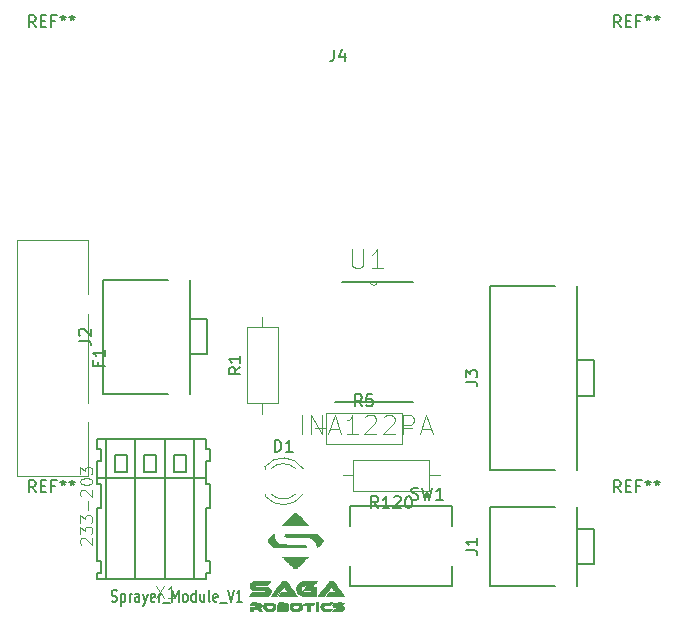
<source format=gbr>
G04 #@! TF.FileFunction,Legend,Top*
%FSLAX46Y46*%
G04 Gerber Fmt 4.6, Leading zero omitted, Abs format (unit mm)*
G04 Created by KiCad (PCBNEW 4.0.7-e0-6372~58~ubuntu16.04.1) date Wed Aug 16 12:04:21 2017*
%MOMM*%
%LPD*%
G01*
G04 APERTURE LIST*
%ADD10C,0.100000*%
%ADD11C,0.200000*%
%ADD12C,0.120000*%
%ADD13C,0.150000*%
%ADD14C,0.152400*%
%ADD15C,0.203200*%
%ADD16C,0.010000*%
%ADD17C,0.050000*%
G04 APERTURE END LIST*
D10*
D11*
X140976189Y-95654762D02*
X141090475Y-95702381D01*
X141280951Y-95702381D01*
X141357141Y-95654762D01*
X141395237Y-95607143D01*
X141433332Y-95511905D01*
X141433332Y-95416667D01*
X141395237Y-95321429D01*
X141357141Y-95273810D01*
X141280951Y-95226190D01*
X141128570Y-95178571D01*
X141052379Y-95130952D01*
X141014284Y-95083333D01*
X140976189Y-94988095D01*
X140976189Y-94892857D01*
X141014284Y-94797619D01*
X141052379Y-94750000D01*
X141128570Y-94702381D01*
X141319046Y-94702381D01*
X141433332Y-94750000D01*
X141776189Y-95035714D02*
X141776189Y-96035714D01*
X141776189Y-95083333D02*
X141852380Y-95035714D01*
X142004761Y-95035714D01*
X142080951Y-95083333D01*
X142119046Y-95130952D01*
X142157142Y-95226190D01*
X142157142Y-95511905D01*
X142119046Y-95607143D01*
X142080951Y-95654762D01*
X142004761Y-95702381D01*
X141852380Y-95702381D01*
X141776189Y-95654762D01*
X142499999Y-95702381D02*
X142499999Y-95035714D01*
X142499999Y-95226190D02*
X142538094Y-95130952D01*
X142576190Y-95083333D01*
X142652380Y-95035714D01*
X142728571Y-95035714D01*
X143338094Y-95702381D02*
X143338094Y-95178571D01*
X143299999Y-95083333D01*
X143223809Y-95035714D01*
X143071428Y-95035714D01*
X142995237Y-95083333D01*
X143338094Y-95654762D02*
X143261904Y-95702381D01*
X143071428Y-95702381D01*
X142995237Y-95654762D01*
X142957142Y-95559524D01*
X142957142Y-95464286D01*
X142995237Y-95369048D01*
X143071428Y-95321429D01*
X143261904Y-95321429D01*
X143338094Y-95273810D01*
X143642857Y-95035714D02*
X143833333Y-95702381D01*
X144023809Y-95035714D02*
X143833333Y-95702381D01*
X143757142Y-95940476D01*
X143719047Y-95988095D01*
X143642857Y-96035714D01*
X144633333Y-95654762D02*
X144557143Y-95702381D01*
X144404762Y-95702381D01*
X144328571Y-95654762D01*
X144290476Y-95559524D01*
X144290476Y-95178571D01*
X144328571Y-95083333D01*
X144404762Y-95035714D01*
X144557143Y-95035714D01*
X144633333Y-95083333D01*
X144671428Y-95178571D01*
X144671428Y-95273810D01*
X144290476Y-95369048D01*
X145014285Y-95702381D02*
X145014285Y-95035714D01*
X145014285Y-95226190D02*
X145052380Y-95130952D01*
X145090476Y-95083333D01*
X145166666Y-95035714D01*
X145242857Y-95035714D01*
X145319047Y-95797619D02*
X145928571Y-95797619D01*
X146119047Y-95702381D02*
X146119047Y-94702381D01*
X146385714Y-95416667D01*
X146652381Y-94702381D01*
X146652381Y-95702381D01*
X147147619Y-95702381D02*
X147071428Y-95654762D01*
X147033333Y-95607143D01*
X146995238Y-95511905D01*
X146995238Y-95226190D01*
X147033333Y-95130952D01*
X147071428Y-95083333D01*
X147147619Y-95035714D01*
X147261905Y-95035714D01*
X147338095Y-95083333D01*
X147376190Y-95130952D01*
X147414286Y-95226190D01*
X147414286Y-95511905D01*
X147376190Y-95607143D01*
X147338095Y-95654762D01*
X147261905Y-95702381D01*
X147147619Y-95702381D01*
X148100000Y-95702381D02*
X148100000Y-94702381D01*
X148100000Y-95654762D02*
X148023810Y-95702381D01*
X147871429Y-95702381D01*
X147795238Y-95654762D01*
X147757143Y-95607143D01*
X147719048Y-95511905D01*
X147719048Y-95226190D01*
X147757143Y-95130952D01*
X147795238Y-95083333D01*
X147871429Y-95035714D01*
X148023810Y-95035714D01*
X148100000Y-95083333D01*
X148823810Y-95035714D02*
X148823810Y-95702381D01*
X148480953Y-95035714D02*
X148480953Y-95559524D01*
X148519048Y-95654762D01*
X148595239Y-95702381D01*
X148709525Y-95702381D01*
X148785715Y-95654762D01*
X148823810Y-95607143D01*
X149319049Y-95702381D02*
X149242858Y-95654762D01*
X149204763Y-95559524D01*
X149204763Y-94702381D01*
X149928573Y-95654762D02*
X149852383Y-95702381D01*
X149700002Y-95702381D01*
X149623811Y-95654762D01*
X149585716Y-95559524D01*
X149585716Y-95178571D01*
X149623811Y-95083333D01*
X149700002Y-95035714D01*
X149852383Y-95035714D01*
X149928573Y-95083333D01*
X149966668Y-95178571D01*
X149966668Y-95273810D01*
X149585716Y-95369048D01*
X150119049Y-95797619D02*
X150728573Y-95797619D01*
X150804763Y-94702381D02*
X151071430Y-95702381D01*
X151338097Y-94702381D01*
X152023811Y-95702381D02*
X151566668Y-95702381D01*
X151795239Y-95702381D02*
X151795239Y-94702381D01*
X151719049Y-94845238D01*
X151642858Y-94940476D01*
X151566668Y-94988095D01*
D12*
X157192335Y-84421392D02*
G75*
G03X153960000Y-84264484I-1672335J-1078608D01*
G01*
X157192335Y-86578608D02*
G75*
G02X153960000Y-86735516I-1672335J1078608D01*
G01*
X156561130Y-84420163D02*
G75*
G03X154479039Y-84420000I-1041130J-1079837D01*
G01*
X156561130Y-86579837D02*
G75*
G02X154479039Y-86580000I-1041130J1079837D01*
G01*
X153960000Y-84264000D02*
X153960000Y-84420000D01*
X153960000Y-86580000D02*
X153960000Y-86736000D01*
D13*
X181800000Y-89500000D02*
X180400000Y-89500000D01*
X181800000Y-89500000D02*
X181800000Y-92500000D01*
X181800000Y-92500000D02*
X180400000Y-92500000D01*
X173030000Y-87675000D02*
X178500000Y-87675000D01*
X173030000Y-87675000D02*
X173030000Y-94325000D01*
X173030000Y-94325000D02*
X178500000Y-94325000D01*
X180400000Y-94325000D02*
X180400000Y-87675000D01*
X149050000Y-71750000D02*
X147650000Y-71750000D01*
X149050000Y-71750000D02*
X149050000Y-74750000D01*
X149050000Y-74750000D02*
X147650000Y-74750000D01*
X140280000Y-68425000D02*
X145750000Y-68425000D01*
X140280000Y-68425000D02*
X140280000Y-78075000D01*
X140280000Y-78075000D02*
X145750000Y-78075000D01*
X147650000Y-78075000D02*
X147650000Y-68425000D01*
X181800000Y-75250000D02*
X180400000Y-75250000D01*
X181800000Y-75250000D02*
X181800000Y-78250000D01*
X181800000Y-78250000D02*
X180400000Y-78250000D01*
X173030000Y-68925000D02*
X178500000Y-68925000D01*
X173030000Y-68925000D02*
X173030000Y-84575000D01*
X173030000Y-84575000D02*
X178500000Y-84575000D01*
X180400000Y-84575000D02*
X180400000Y-68925000D01*
D12*
X152440000Y-78880000D02*
X155060000Y-78880000D01*
X155060000Y-78880000D02*
X155060000Y-72460000D01*
X155060000Y-72460000D02*
X152440000Y-72460000D01*
X152440000Y-72460000D02*
X152440000Y-78880000D01*
X153750000Y-79770000D02*
X153750000Y-78880000D01*
X153750000Y-71570000D02*
X153750000Y-72460000D01*
X159120000Y-79690000D02*
X159120000Y-82310000D01*
X159120000Y-82310000D02*
X165540000Y-82310000D01*
X165540000Y-82310000D02*
X165540000Y-79690000D01*
X165540000Y-79690000D02*
X159120000Y-79690000D01*
X158230000Y-81000000D02*
X159120000Y-81000000D01*
X166430000Y-81000000D02*
X165540000Y-81000000D01*
X167880000Y-86310000D02*
X167880000Y-83690000D01*
X167880000Y-83690000D02*
X161460000Y-83690000D01*
X161460000Y-83690000D02*
X161460000Y-86310000D01*
X161460000Y-86310000D02*
X167880000Y-86310000D01*
X168770000Y-85000000D02*
X167880000Y-85000000D01*
X160570000Y-85000000D02*
X161460000Y-85000000D01*
D13*
X169800000Y-87600000D02*
X169800000Y-89300000D01*
X169800000Y-94400000D02*
X169800000Y-92700000D01*
X161200000Y-87600000D02*
X161200000Y-89300000D01*
X161200000Y-94400000D02*
X161200000Y-92700000D01*
X169800000Y-87600000D02*
X161200000Y-87600000D01*
X169800000Y-94400000D02*
X161200000Y-94400000D01*
D14*
X159888000Y-78770000D02*
X166492000Y-78770000D01*
X166492000Y-68610000D02*
X163494800Y-68610000D01*
X163494800Y-68610000D02*
X162885200Y-68610000D01*
X162885200Y-68610000D02*
X160523000Y-68610000D01*
D10*
X163494800Y-68610000D02*
G75*
G02X162885200Y-68610000I-304800J0D01*
G01*
D15*
X149000000Y-93800000D02*
X149000000Y-93250000D01*
X149000000Y-93250000D02*
X149350000Y-93250000D01*
X149350000Y-93250000D02*
X149350000Y-92250000D01*
X149350000Y-92250000D02*
X149000000Y-92250000D01*
X149000000Y-92250000D02*
X149000000Y-87750000D01*
X149000000Y-87750000D02*
X149350000Y-87750000D01*
X149350000Y-87750000D02*
X149350000Y-85750000D01*
X149350000Y-85750000D02*
X149000000Y-85750000D01*
X149000000Y-85750000D02*
X149000000Y-83750000D01*
X149000000Y-83750000D02*
X149350000Y-83750000D01*
X149350000Y-83750000D02*
X149350000Y-82750000D01*
X149350000Y-82750000D02*
X149000000Y-82750000D01*
X149000000Y-82750000D02*
X149000000Y-81900000D01*
X149000000Y-81900000D02*
X139750000Y-81900000D01*
X139750000Y-81900000D02*
X139750000Y-82750000D01*
X139750000Y-83750000D02*
X139750000Y-85250000D01*
X139750000Y-85250000D02*
X139750000Y-85750000D01*
X139750000Y-87750000D02*
X139750000Y-92250000D01*
X139750000Y-93250000D02*
X139750000Y-93800000D01*
X139750000Y-93800000D02*
X149000000Y-93800000D01*
X148000000Y-93750000D02*
X148000000Y-82000000D01*
X149000000Y-85250000D02*
X139750000Y-85250000D01*
X145500000Y-93750000D02*
X145500000Y-82000000D01*
X143000000Y-93750000D02*
X143000000Y-82000000D01*
X140500000Y-93750000D02*
X140500000Y-82000000D01*
X147250000Y-84750000D02*
X147250000Y-83250000D01*
X147250000Y-83250000D02*
X146250000Y-83250000D01*
X146250000Y-83250000D02*
X146250000Y-84750000D01*
X146250000Y-84750000D02*
X147250000Y-84750000D01*
X139750000Y-93250000D02*
X140100000Y-93250000D01*
X140100000Y-93250000D02*
X140100000Y-92250000D01*
X140100000Y-92250000D02*
X139750000Y-92250000D01*
X139750000Y-87750000D02*
X140100000Y-87750000D01*
X140100000Y-87750000D02*
X140100000Y-85750000D01*
X140100000Y-85750000D02*
X139750000Y-85750000D01*
X139750000Y-83750000D02*
X140100000Y-83750000D01*
X140100000Y-83750000D02*
X140100000Y-82750000D01*
X140100000Y-82750000D02*
X139750000Y-82750000D01*
X144750000Y-84750000D02*
X144750000Y-83250000D01*
X144750000Y-83250000D02*
X143750000Y-83250000D01*
X143750000Y-83250000D02*
X143750000Y-84750000D01*
X143750000Y-84750000D02*
X144750000Y-84750000D01*
X142250000Y-84750000D02*
X142250000Y-83250000D01*
X142250000Y-83250000D02*
X141250000Y-83250000D01*
X141250000Y-83250000D02*
X141250000Y-84750000D01*
X141250000Y-84750000D02*
X142250000Y-84750000D01*
D16*
G36*
X153127409Y-95760111D02*
X153269518Y-95761790D01*
X153378524Y-95767608D01*
X153461225Y-95778928D01*
X153524421Y-95797113D01*
X153574910Y-95823526D01*
X153618426Y-95858529D01*
X153661589Y-95908930D01*
X153678439Y-95963337D01*
X153680000Y-95997083D01*
X153666083Y-96100215D01*
X153624151Y-96175085D01*
X153573584Y-96213317D01*
X153514956Y-96243635D01*
X153617478Y-96347446D01*
X153667442Y-96399873D01*
X153703932Y-96441658D01*
X153719816Y-96464582D01*
X153720000Y-96465628D01*
X153701646Y-96472548D01*
X153653156Y-96477642D01*
X153584381Y-96479952D01*
X153572409Y-96480000D01*
X153424818Y-96480000D01*
X153277322Y-96300000D01*
X152942299Y-96300000D01*
X152936149Y-96385000D01*
X152930000Y-96470000D01*
X152700000Y-96481996D01*
X152700000Y-96100000D01*
X153038364Y-96100000D01*
X153152563Y-96099307D01*
X153254159Y-96097390D01*
X153335804Y-96094489D01*
X153390154Y-96090846D01*
X153408364Y-96087860D01*
X153433642Y-96060363D01*
X153438375Y-96018380D01*
X153422563Y-95981745D01*
X153408364Y-95972139D01*
X153378551Y-95968107D01*
X153316086Y-95964641D01*
X153228314Y-95961983D01*
X153122581Y-95960374D01*
X153038364Y-95960000D01*
X152927073Y-95959349D01*
X152831180Y-95957547D01*
X152757195Y-95954818D01*
X152711627Y-95951385D01*
X152700000Y-95948365D01*
X152711685Y-95927787D01*
X152741882Y-95886710D01*
X152772409Y-95848365D01*
X152844818Y-95760000D01*
X153127409Y-95760111D01*
X153127409Y-95760111D01*
G37*
X153127409Y-95760111D02*
X153269518Y-95761790D01*
X153378524Y-95767608D01*
X153461225Y-95778928D01*
X153524421Y-95797113D01*
X153574910Y-95823526D01*
X153618426Y-95858529D01*
X153661589Y-95908930D01*
X153678439Y-95963337D01*
X153680000Y-95997083D01*
X153666083Y-96100215D01*
X153624151Y-96175085D01*
X153573584Y-96213317D01*
X153514956Y-96243635D01*
X153617478Y-96347446D01*
X153667442Y-96399873D01*
X153703932Y-96441658D01*
X153719816Y-96464582D01*
X153720000Y-96465628D01*
X153701646Y-96472548D01*
X153653156Y-96477642D01*
X153584381Y-96479952D01*
X153572409Y-96480000D01*
X153424818Y-96480000D01*
X153277322Y-96300000D01*
X152942299Y-96300000D01*
X152936149Y-96385000D01*
X152930000Y-96470000D01*
X152700000Y-96481996D01*
X152700000Y-96100000D01*
X153038364Y-96100000D01*
X153152563Y-96099307D01*
X153254159Y-96097390D01*
X153335804Y-96094489D01*
X153390154Y-96090846D01*
X153408364Y-96087860D01*
X153433642Y-96060363D01*
X153438375Y-96018380D01*
X153422563Y-95981745D01*
X153408364Y-95972139D01*
X153378551Y-95968107D01*
X153316086Y-95964641D01*
X153228314Y-95961983D01*
X153122581Y-95960374D01*
X153038364Y-95960000D01*
X152927073Y-95959349D01*
X152831180Y-95957547D01*
X152757195Y-95954818D01*
X152711627Y-95951385D01*
X152700000Y-95948365D01*
X152711685Y-95927787D01*
X152741882Y-95886710D01*
X152772409Y-95848365D01*
X152844818Y-95760000D01*
X153127409Y-95760111D01*
G36*
X154479755Y-95762062D02*
X154533609Y-95766428D01*
X154576213Y-95776208D01*
X154617142Y-95792715D01*
X154658978Y-95813646D01*
X154749475Y-95869311D01*
X154807443Y-95930032D01*
X154840058Y-96005729D01*
X154852477Y-96081176D01*
X154847378Y-96201030D01*
X154807594Y-96301126D01*
X154733447Y-96380866D01*
X154670000Y-96420000D01*
X154618442Y-96443128D01*
X154567258Y-96458342D01*
X154505406Y-96467522D01*
X154421844Y-96472549D01*
X154350000Y-96474493D01*
X154223557Y-96473856D01*
X154121682Y-96466729D01*
X154051750Y-96453642D01*
X154049580Y-96452956D01*
X153939698Y-96405202D01*
X153864213Y-96341466D01*
X153819253Y-96256383D01*
X153802872Y-96156320D01*
X154029219Y-96156320D01*
X154056355Y-96222521D01*
X154069504Y-96238076D01*
X154107302Y-96257878D01*
X154170354Y-96275029D01*
X154243913Y-96286911D01*
X154313233Y-96290906D01*
X154350000Y-96287861D01*
X154397657Y-96282719D01*
X154458254Y-96280290D01*
X154461228Y-96280273D01*
X154540487Y-96264005D01*
X154593945Y-96217903D01*
X154618641Y-96144970D01*
X154620000Y-96119220D01*
X154609248Y-96046666D01*
X154573695Y-95996985D01*
X154508395Y-95965742D01*
X154432633Y-95951194D01*
X154304029Y-95943302D01*
X154194171Y-95952832D01*
X154109387Y-95978668D01*
X154057793Y-96017348D01*
X154029393Y-96082181D01*
X154029219Y-96156320D01*
X153802872Y-96156320D01*
X153800950Y-96144584D01*
X153800074Y-96106977D01*
X153812565Y-95994535D01*
X153852254Y-95908049D01*
X153922713Y-95841196D01*
X153964215Y-95816461D01*
X154007378Y-95796636D01*
X154054273Y-95782915D01*
X154114140Y-95773864D01*
X154196215Y-95768048D01*
X154300000Y-95764301D01*
X154405076Y-95761791D01*
X154479755Y-95762062D01*
X154479755Y-95762062D01*
G37*
X154479755Y-95762062D02*
X154533609Y-95766428D01*
X154576213Y-95776208D01*
X154617142Y-95792715D01*
X154658978Y-95813646D01*
X154749475Y-95869311D01*
X154807443Y-95930032D01*
X154840058Y-96005729D01*
X154852477Y-96081176D01*
X154847378Y-96201030D01*
X154807594Y-96301126D01*
X154733447Y-96380866D01*
X154670000Y-96420000D01*
X154618442Y-96443128D01*
X154567258Y-96458342D01*
X154505406Y-96467522D01*
X154421844Y-96472549D01*
X154350000Y-96474493D01*
X154223557Y-96473856D01*
X154121682Y-96466729D01*
X154051750Y-96453642D01*
X154049580Y-96452956D01*
X153939698Y-96405202D01*
X153864213Y-96341466D01*
X153819253Y-96256383D01*
X153802872Y-96156320D01*
X154029219Y-96156320D01*
X154056355Y-96222521D01*
X154069504Y-96238076D01*
X154107302Y-96257878D01*
X154170354Y-96275029D01*
X154243913Y-96286911D01*
X154313233Y-96290906D01*
X154350000Y-96287861D01*
X154397657Y-96282719D01*
X154458254Y-96280290D01*
X154461228Y-96280273D01*
X154540487Y-96264005D01*
X154593945Y-96217903D01*
X154618641Y-96144970D01*
X154620000Y-96119220D01*
X154609248Y-96046666D01*
X154573695Y-95996985D01*
X154508395Y-95965742D01*
X154432633Y-95951194D01*
X154304029Y-95943302D01*
X154194171Y-95952832D01*
X154109387Y-95978668D01*
X154057793Y-96017348D01*
X154029393Y-96082181D01*
X154029219Y-96156320D01*
X153802872Y-96156320D01*
X153800950Y-96144584D01*
X153800074Y-96106977D01*
X153812565Y-95994535D01*
X153852254Y-95908049D01*
X153922713Y-95841196D01*
X153964215Y-95816461D01*
X154007378Y-95796636D01*
X154054273Y-95782915D01*
X154114140Y-95773864D01*
X154196215Y-95768048D01*
X154300000Y-95764301D01*
X154405076Y-95761791D01*
X154479755Y-95762062D01*
G36*
X155576214Y-95761974D02*
X155682984Y-95768667D01*
X155762004Y-95781525D01*
X155819325Y-95801918D01*
X155860999Y-95831216D01*
X155887386Y-95862337D01*
X155914646Y-95927048D01*
X155916736Y-95996470D01*
X155894061Y-96054782D01*
X155882104Y-96068095D01*
X155858260Y-96093108D01*
X155859277Y-96113737D01*
X155887002Y-96145173D01*
X155892104Y-96150286D01*
X155933309Y-96215730D01*
X155939745Y-96287605D01*
X155913700Y-96357284D01*
X155857462Y-96416138D01*
X155815148Y-96440472D01*
X155779550Y-96454550D01*
X155739531Y-96464812D01*
X155688291Y-96471846D01*
X155619029Y-96476245D01*
X155524946Y-96478599D01*
X155399239Y-96479497D01*
X155365000Y-96479560D01*
X155000000Y-96480000D01*
X155000000Y-96240000D01*
X155240000Y-96240000D01*
X155242026Y-96257834D01*
X155252677Y-96269372D01*
X155278814Y-96275699D01*
X155327297Y-96277903D01*
X155404985Y-96277071D01*
X155465000Y-96275655D01*
X155565182Y-96272240D01*
X155631535Y-96267332D01*
X155670227Y-96259956D01*
X155687425Y-96249132D01*
X155690000Y-96240000D01*
X155683271Y-96226473D01*
X155658976Y-96217015D01*
X155610944Y-96210649D01*
X155533010Y-96206397D01*
X155465000Y-96204344D01*
X155367584Y-96202268D01*
X155303286Y-96202608D01*
X155265246Y-96206450D01*
X155246603Y-96214883D01*
X155240499Y-96228993D01*
X155240000Y-96240000D01*
X155000000Y-96240000D01*
X155000000Y-96040000D01*
X155318364Y-96040000D01*
X155452152Y-96039423D01*
X155551026Y-96037234D01*
X155620062Y-96032746D01*
X155664336Y-96025271D01*
X155688924Y-96014122D01*
X155698900Y-95998612D01*
X155700000Y-95988321D01*
X155692610Y-95978023D01*
X155667272Y-95970191D01*
X155619233Y-95964381D01*
X155543740Y-95960149D01*
X155436039Y-95957051D01*
X155348154Y-95955461D01*
X154996309Y-95950000D01*
X155073154Y-95855077D01*
X155150000Y-95760154D01*
X155435642Y-95760077D01*
X155576214Y-95761974D01*
X155576214Y-95761974D01*
G37*
X155576214Y-95761974D02*
X155682984Y-95768667D01*
X155762004Y-95781525D01*
X155819325Y-95801918D01*
X155860999Y-95831216D01*
X155887386Y-95862337D01*
X155914646Y-95927048D01*
X155916736Y-95996470D01*
X155894061Y-96054782D01*
X155882104Y-96068095D01*
X155858260Y-96093108D01*
X155859277Y-96113737D01*
X155887002Y-96145173D01*
X155892104Y-96150286D01*
X155933309Y-96215730D01*
X155939745Y-96287605D01*
X155913700Y-96357284D01*
X155857462Y-96416138D01*
X155815148Y-96440472D01*
X155779550Y-96454550D01*
X155739531Y-96464812D01*
X155688291Y-96471846D01*
X155619029Y-96476245D01*
X155524946Y-96478599D01*
X155399239Y-96479497D01*
X155365000Y-96479560D01*
X155000000Y-96480000D01*
X155000000Y-96240000D01*
X155240000Y-96240000D01*
X155242026Y-96257834D01*
X155252677Y-96269372D01*
X155278814Y-96275699D01*
X155327297Y-96277903D01*
X155404985Y-96277071D01*
X155465000Y-96275655D01*
X155565182Y-96272240D01*
X155631535Y-96267332D01*
X155670227Y-96259956D01*
X155687425Y-96249132D01*
X155690000Y-96240000D01*
X155683271Y-96226473D01*
X155658976Y-96217015D01*
X155610944Y-96210649D01*
X155533010Y-96206397D01*
X155465000Y-96204344D01*
X155367584Y-96202268D01*
X155303286Y-96202608D01*
X155265246Y-96206450D01*
X155246603Y-96214883D01*
X155240499Y-96228993D01*
X155240000Y-96240000D01*
X155000000Y-96240000D01*
X155000000Y-96040000D01*
X155318364Y-96040000D01*
X155452152Y-96039423D01*
X155551026Y-96037234D01*
X155620062Y-96032746D01*
X155664336Y-96025271D01*
X155688924Y-96014122D01*
X155698900Y-95998612D01*
X155700000Y-95988321D01*
X155692610Y-95978023D01*
X155667272Y-95970191D01*
X155619233Y-95964381D01*
X155543740Y-95960149D01*
X155436039Y-95957051D01*
X155348154Y-95955461D01*
X154996309Y-95950000D01*
X155073154Y-95855077D01*
X155150000Y-95760154D01*
X155435642Y-95760077D01*
X155576214Y-95761974D01*
G36*
X156751212Y-95764620D02*
X156820711Y-95774035D01*
X156877687Y-95789231D01*
X156984045Y-95843057D01*
X157060564Y-95922117D01*
X157105314Y-96022990D01*
X157116364Y-96142256D01*
X157109882Y-96200694D01*
X157074677Y-96300157D01*
X157006312Y-96377679D01*
X156904681Y-96433314D01*
X156769679Y-96467120D01*
X156601197Y-96479151D01*
X156584249Y-96479168D01*
X156436525Y-96472485D01*
X156324939Y-96453696D01*
X156293912Y-96444168D01*
X156187245Y-96393557D01*
X156115331Y-96327177D01*
X156074251Y-96239488D01*
X156060121Y-96125208D01*
X156293146Y-96125208D01*
X156303416Y-96192340D01*
X156328000Y-96236572D01*
X156364308Y-96255296D01*
X156425961Y-96272257D01*
X156498311Y-96284897D01*
X156566712Y-96290661D01*
X156616516Y-96286991D01*
X156616635Y-96286960D01*
X156653105Y-96282419D01*
X156709182Y-96280083D01*
X156721635Y-96280000D01*
X156801878Y-96265580D01*
X156854201Y-96222529D01*
X156878294Y-96151163D01*
X156880000Y-96120000D01*
X156867662Y-96043329D01*
X156842633Y-96002633D01*
X156790989Y-95973153D01*
X156712877Y-95953992D01*
X156619585Y-95945122D01*
X156522401Y-95946518D01*
X156432613Y-95958152D01*
X156361508Y-95980000D01*
X156326526Y-96003838D01*
X156300811Y-96056388D01*
X156293146Y-96125208D01*
X156060121Y-96125208D01*
X156060088Y-96124949D01*
X156060000Y-96113385D01*
X156075323Y-95996869D01*
X156122265Y-95903985D01*
X156202288Y-95832092D01*
X156221989Y-95820227D01*
X156265777Y-95798030D01*
X156310560Y-95782957D01*
X156366204Y-95773258D01*
X156442579Y-95767182D01*
X156543619Y-95763161D01*
X156662224Y-95761259D01*
X156751212Y-95764620D01*
X156751212Y-95764620D01*
G37*
X156751212Y-95764620D02*
X156820711Y-95774035D01*
X156877687Y-95789231D01*
X156984045Y-95843057D01*
X157060564Y-95922117D01*
X157105314Y-96022990D01*
X157116364Y-96142256D01*
X157109882Y-96200694D01*
X157074677Y-96300157D01*
X157006312Y-96377679D01*
X156904681Y-96433314D01*
X156769679Y-96467120D01*
X156601197Y-96479151D01*
X156584249Y-96479168D01*
X156436525Y-96472485D01*
X156324939Y-96453696D01*
X156293912Y-96444168D01*
X156187245Y-96393557D01*
X156115331Y-96327177D01*
X156074251Y-96239488D01*
X156060121Y-96125208D01*
X156293146Y-96125208D01*
X156303416Y-96192340D01*
X156328000Y-96236572D01*
X156364308Y-96255296D01*
X156425961Y-96272257D01*
X156498311Y-96284897D01*
X156566712Y-96290661D01*
X156616516Y-96286991D01*
X156616635Y-96286960D01*
X156653105Y-96282419D01*
X156709182Y-96280083D01*
X156721635Y-96280000D01*
X156801878Y-96265580D01*
X156854201Y-96222529D01*
X156878294Y-96151163D01*
X156880000Y-96120000D01*
X156867662Y-96043329D01*
X156842633Y-96002633D01*
X156790989Y-95973153D01*
X156712877Y-95953992D01*
X156619585Y-95945122D01*
X156522401Y-95946518D01*
X156432613Y-95958152D01*
X156361508Y-95980000D01*
X156326526Y-96003838D01*
X156300811Y-96056388D01*
X156293146Y-96125208D01*
X156060121Y-96125208D01*
X156060088Y-96124949D01*
X156060000Y-96113385D01*
X156075323Y-95996869D01*
X156122265Y-95903985D01*
X156202288Y-95832092D01*
X156221989Y-95820227D01*
X156265777Y-95798030D01*
X156310560Y-95782957D01*
X156366204Y-95773258D01*
X156442579Y-95767182D01*
X156543619Y-95763161D01*
X156662224Y-95761259D01*
X156751212Y-95764620D01*
G36*
X157868950Y-95761065D02*
X157978134Y-95762355D01*
X158066674Y-95764475D01*
X158128692Y-95767270D01*
X158158310Y-95770586D01*
X158160000Y-95771634D01*
X158148314Y-95792212D01*
X158118117Y-95833289D01*
X158087590Y-95871634D01*
X158046663Y-95919516D01*
X158013798Y-95945947D01*
X157974567Y-95957300D01*
X157914544Y-95959949D01*
X157887590Y-95960000D01*
X157760000Y-95960000D01*
X157760000Y-96480000D01*
X157540000Y-96480000D01*
X157540000Y-95960000D01*
X157368333Y-95960000D01*
X157292108Y-95958399D01*
X157234903Y-95954121D01*
X157205389Y-95947955D01*
X157203333Y-95945000D01*
X157217957Y-95921246D01*
X157248023Y-95876991D01*
X157270000Y-95845759D01*
X157330000Y-95761518D01*
X157745000Y-95760759D01*
X157868950Y-95761065D01*
X157868950Y-95761065D01*
G37*
X157868950Y-95761065D02*
X157978134Y-95762355D01*
X158066674Y-95764475D01*
X158128692Y-95767270D01*
X158158310Y-95770586D01*
X158160000Y-95771634D01*
X158148314Y-95792212D01*
X158118117Y-95833289D01*
X158087590Y-95871634D01*
X158046663Y-95919516D01*
X158013798Y-95945947D01*
X157974567Y-95957300D01*
X157914544Y-95959949D01*
X157887590Y-95960000D01*
X157760000Y-95960000D01*
X157760000Y-96480000D01*
X157540000Y-96480000D01*
X157540000Y-95960000D01*
X157368333Y-95960000D01*
X157292108Y-95958399D01*
X157234903Y-95954121D01*
X157205389Y-95947955D01*
X157203333Y-95945000D01*
X157217957Y-95921246D01*
X157248023Y-95876991D01*
X157270000Y-95845759D01*
X157330000Y-95761518D01*
X157745000Y-95760759D01*
X157868950Y-95761065D01*
G36*
X158500000Y-96480000D02*
X158260000Y-96480000D01*
X158260000Y-95760000D01*
X158500000Y-95760000D01*
X158500000Y-96480000D01*
X158500000Y-96480000D01*
G37*
X158500000Y-96480000D02*
X158260000Y-96480000D01*
X158260000Y-95760000D01*
X158500000Y-95760000D01*
X158500000Y-96480000D01*
G36*
X159527397Y-95858287D02*
X159451461Y-95960000D01*
X159224192Y-95960000D01*
X159125781Y-95960358D01*
X159058718Y-95962615D01*
X159014349Y-95968540D01*
X158984024Y-95979904D01*
X158959089Y-95998477D01*
X158938461Y-96018461D01*
X158901094Y-96065841D01*
X158881068Y-96110735D01*
X158880000Y-96120000D01*
X158893588Y-96161122D01*
X158927339Y-96209628D01*
X158938461Y-96221538D01*
X158996923Y-96280000D01*
X159602922Y-96280000D01*
X159450000Y-96478296D01*
X159230000Y-96477755D01*
X159105673Y-96474120D01*
X158999376Y-96464504D01*
X158921434Y-96449883D01*
X158915086Y-96448027D01*
X158812200Y-96399454D01*
X158731744Y-96328052D01*
X158676406Y-96240852D01*
X158648871Y-96144890D01*
X158651827Y-96047198D01*
X158687959Y-95954810D01*
X158713311Y-95919711D01*
X158760205Y-95869338D01*
X158809026Y-95831402D01*
X158866424Y-95804026D01*
X158939047Y-95785332D01*
X159033545Y-95773444D01*
X159156565Y-95766484D01*
X159266666Y-95763467D01*
X159603332Y-95756574D01*
X159527397Y-95858287D01*
X159527397Y-95858287D01*
G37*
X159527397Y-95858287D02*
X159451461Y-95960000D01*
X159224192Y-95960000D01*
X159125781Y-95960358D01*
X159058718Y-95962615D01*
X159014349Y-95968540D01*
X158984024Y-95979904D01*
X158959089Y-95998477D01*
X158938461Y-96018461D01*
X158901094Y-96065841D01*
X158881068Y-96110735D01*
X158880000Y-96120000D01*
X158893588Y-96161122D01*
X158927339Y-96209628D01*
X158938461Y-96221538D01*
X158996923Y-96280000D01*
X159602922Y-96280000D01*
X159450000Y-96478296D01*
X159230000Y-96477755D01*
X159105673Y-96474120D01*
X158999376Y-96464504D01*
X158921434Y-96449883D01*
X158915086Y-96448027D01*
X158812200Y-96399454D01*
X158731744Y-96328052D01*
X158676406Y-96240852D01*
X158648871Y-96144890D01*
X158651827Y-96047198D01*
X158687959Y-95954810D01*
X158713311Y-95919711D01*
X158760205Y-95869338D01*
X158809026Y-95831402D01*
X158866424Y-95804026D01*
X158939047Y-95785332D01*
X159033545Y-95773444D01*
X159156565Y-95766484D01*
X159266666Y-95763467D01*
X159603332Y-95756574D01*
X159527397Y-95858287D01*
G36*
X160374466Y-95760685D02*
X160474382Y-95762589D01*
X160552798Y-95765483D01*
X160603410Y-95769140D01*
X160620000Y-95773042D01*
X160608901Y-95795051D01*
X160580377Y-95837674D01*
X160555000Y-95872424D01*
X160490000Y-95958763D01*
X160203533Y-95959381D01*
X160091034Y-95959999D01*
X160012685Y-95961781D01*
X159962639Y-95965471D01*
X159935047Y-95971815D01*
X159924063Y-95981556D01*
X159923753Y-95995000D01*
X159930439Y-96008858D01*
X159948385Y-96019039D01*
X159983587Y-96026441D01*
X160042043Y-96031963D01*
X160129752Y-96036506D01*
X160223831Y-96040000D01*
X160360203Y-96046457D01*
X160462272Y-96056705D01*
X160535705Y-96072946D01*
X160586166Y-96097380D01*
X160619322Y-96132212D01*
X160640838Y-96179642D01*
X160648029Y-96204880D01*
X160649218Y-96285167D01*
X160616744Y-96361799D01*
X160556243Y-96423649D01*
X160528990Y-96440000D01*
X160490537Y-96450627D01*
X160424054Y-96459842D01*
X160336249Y-96467514D01*
X160233829Y-96473516D01*
X160123502Y-96477717D01*
X160011975Y-96479988D01*
X159905955Y-96480201D01*
X159812150Y-96478227D01*
X159737268Y-96473936D01*
X159688016Y-96467200D01*
X159671101Y-96457889D01*
X159671618Y-96456498D01*
X159693117Y-96425495D01*
X159729008Y-96377996D01*
X159746666Y-96355505D01*
X159805882Y-96281010D01*
X160107689Y-96275505D01*
X160225294Y-96272842D01*
X160308698Y-96269364D01*
X160363700Y-96264355D01*
X160396099Y-96257100D01*
X160411692Y-96246886D01*
X160415723Y-96237548D01*
X160413858Y-96224561D01*
X160398702Y-96215014D01*
X160364542Y-96208049D01*
X160305667Y-96202810D01*
X160216364Y-96198437D01*
X160135975Y-96195543D01*
X159999848Y-96189365D01*
X159897711Y-96180088D01*
X159823582Y-96166055D01*
X159771477Y-96145607D01*
X159735413Y-96117088D01*
X159709407Y-96078839D01*
X159708500Y-96077099D01*
X159682221Y-95993667D01*
X159694749Y-95917280D01*
X159723358Y-95870273D01*
X159756195Y-95833807D01*
X159793604Y-95806259D01*
X159841457Y-95786420D01*
X159905628Y-95773083D01*
X159991987Y-95765040D01*
X160106408Y-95761081D01*
X160254762Y-95760000D01*
X160259357Y-95760000D01*
X160374466Y-95760685D01*
X160374466Y-95760685D01*
G37*
X160374466Y-95760685D02*
X160474382Y-95762589D01*
X160552798Y-95765483D01*
X160603410Y-95769140D01*
X160620000Y-95773042D01*
X160608901Y-95795051D01*
X160580377Y-95837674D01*
X160555000Y-95872424D01*
X160490000Y-95958763D01*
X160203533Y-95959381D01*
X160091034Y-95959999D01*
X160012685Y-95961781D01*
X159962639Y-95965471D01*
X159935047Y-95971815D01*
X159924063Y-95981556D01*
X159923753Y-95995000D01*
X159930439Y-96008858D01*
X159948385Y-96019039D01*
X159983587Y-96026441D01*
X160042043Y-96031963D01*
X160129752Y-96036506D01*
X160223831Y-96040000D01*
X160360203Y-96046457D01*
X160462272Y-96056705D01*
X160535705Y-96072946D01*
X160586166Y-96097380D01*
X160619322Y-96132212D01*
X160640838Y-96179642D01*
X160648029Y-96204880D01*
X160649218Y-96285167D01*
X160616744Y-96361799D01*
X160556243Y-96423649D01*
X160528990Y-96440000D01*
X160490537Y-96450627D01*
X160424054Y-96459842D01*
X160336249Y-96467514D01*
X160233829Y-96473516D01*
X160123502Y-96477717D01*
X160011975Y-96479988D01*
X159905955Y-96480201D01*
X159812150Y-96478227D01*
X159737268Y-96473936D01*
X159688016Y-96467200D01*
X159671101Y-96457889D01*
X159671618Y-96456498D01*
X159693117Y-96425495D01*
X159729008Y-96377996D01*
X159746666Y-96355505D01*
X159805882Y-96281010D01*
X160107689Y-96275505D01*
X160225294Y-96272842D01*
X160308698Y-96269364D01*
X160363700Y-96264355D01*
X160396099Y-96257100D01*
X160411692Y-96246886D01*
X160415723Y-96237548D01*
X160413858Y-96224561D01*
X160398702Y-96215014D01*
X160364542Y-96208049D01*
X160305667Y-96202810D01*
X160216364Y-96198437D01*
X160135975Y-96195543D01*
X159999848Y-96189365D01*
X159897711Y-96180088D01*
X159823582Y-96166055D01*
X159771477Y-96145607D01*
X159735413Y-96117088D01*
X159709407Y-96078839D01*
X159708500Y-96077099D01*
X159682221Y-95993667D01*
X159694749Y-95917280D01*
X159723358Y-95870273D01*
X159756195Y-95833807D01*
X159793604Y-95806259D01*
X159841457Y-95786420D01*
X159905628Y-95773083D01*
X159991987Y-95765040D01*
X160106408Y-95761081D01*
X160254762Y-95760000D01*
X160259357Y-95760000D01*
X160374466Y-95760685D01*
G36*
X159697316Y-93934244D02*
X159753864Y-93959090D01*
X159784755Y-93987720D01*
X159836690Y-94048274D01*
X159908592Y-94139351D01*
X159999384Y-94259547D01*
X160107990Y-94407461D01*
X160233332Y-94581691D01*
X160249244Y-94604015D01*
X160680759Y-95210000D01*
X159917286Y-95215240D01*
X159746525Y-95216179D01*
X159588599Y-95216598D01*
X159447910Y-95216520D01*
X159328862Y-95215967D01*
X159235857Y-95214962D01*
X159173299Y-95213526D01*
X159145590Y-95211681D01*
X159144663Y-95211330D01*
X159151959Y-95192572D01*
X159178998Y-95149470D01*
X159221016Y-95089295D01*
X159252887Y-95046089D01*
X159370262Y-94890000D01*
X159635131Y-94884419D01*
X159732815Y-94881631D01*
X159814255Y-94877915D01*
X159872092Y-94873712D01*
X159898970Y-94869465D01*
X159900000Y-94868534D01*
X159889067Y-94845626D01*
X159859750Y-94799248D01*
X159817272Y-94736632D01*
X159766855Y-94665008D01*
X159713722Y-94591610D01*
X159663095Y-94523669D01*
X159620197Y-94468416D01*
X159590249Y-94433084D01*
X159579011Y-94424052D01*
X159563095Y-94441286D01*
X159527317Y-94486507D01*
X159475099Y-94555180D01*
X159409861Y-94642767D01*
X159335026Y-94744732D01*
X159280378Y-94820000D01*
X159173188Y-94965994D01*
X159086363Y-95079308D01*
X159020156Y-95159632D01*
X158974818Y-95206658D01*
X158954210Y-95220000D01*
X158916427Y-95223239D01*
X158849240Y-95224102D01*
X158763170Y-95222591D01*
X158694732Y-95220000D01*
X158479464Y-95210000D01*
X158916594Y-94610000D01*
X159023090Y-94465053D01*
X159122873Y-94331610D01*
X159213118Y-94213287D01*
X159291004Y-94113703D01*
X159353707Y-94036477D01*
X159398403Y-93985228D01*
X159419820Y-93965000D01*
X159502841Y-93929701D01*
X159600845Y-93919351D01*
X159697316Y-93934244D01*
X159697316Y-93934244D01*
G37*
X159697316Y-93934244D02*
X159753864Y-93959090D01*
X159784755Y-93987720D01*
X159836690Y-94048274D01*
X159908592Y-94139351D01*
X159999384Y-94259547D01*
X160107990Y-94407461D01*
X160233332Y-94581691D01*
X160249244Y-94604015D01*
X160680759Y-95210000D01*
X159917286Y-95215240D01*
X159746525Y-95216179D01*
X159588599Y-95216598D01*
X159447910Y-95216520D01*
X159328862Y-95215967D01*
X159235857Y-95214962D01*
X159173299Y-95213526D01*
X159145590Y-95211681D01*
X159144663Y-95211330D01*
X159151959Y-95192572D01*
X159178998Y-95149470D01*
X159221016Y-95089295D01*
X159252887Y-95046089D01*
X159370262Y-94890000D01*
X159635131Y-94884419D01*
X159732815Y-94881631D01*
X159814255Y-94877915D01*
X159872092Y-94873712D01*
X159898970Y-94869465D01*
X159900000Y-94868534D01*
X159889067Y-94845626D01*
X159859750Y-94799248D01*
X159817272Y-94736632D01*
X159766855Y-94665008D01*
X159713722Y-94591610D01*
X159663095Y-94523669D01*
X159620197Y-94468416D01*
X159590249Y-94433084D01*
X159579011Y-94424052D01*
X159563095Y-94441286D01*
X159527317Y-94486507D01*
X159475099Y-94555180D01*
X159409861Y-94642767D01*
X159335026Y-94744732D01*
X159280378Y-94820000D01*
X159173188Y-94965994D01*
X159086363Y-95079308D01*
X159020156Y-95159632D01*
X158974818Y-95206658D01*
X158954210Y-95220000D01*
X158916427Y-95223239D01*
X158849240Y-95224102D01*
X158763170Y-95222591D01*
X158694732Y-95220000D01*
X158479464Y-95210000D01*
X158916594Y-94610000D01*
X159023090Y-94465053D01*
X159122873Y-94331610D01*
X159213118Y-94213287D01*
X159291004Y-94113703D01*
X159353707Y-94036477D01*
X159398403Y-93985228D01*
X159419820Y-93965000D01*
X159502841Y-93929701D01*
X159600845Y-93919351D01*
X159697316Y-93934244D01*
G36*
X154145909Y-93943508D02*
X154254419Y-93944645D01*
X154335894Y-93946399D01*
X154385795Y-93948728D01*
X154400000Y-93951146D01*
X154388309Y-93971058D01*
X154356681Y-94015110D01*
X154310276Y-94076298D01*
X154267038Y-94131547D01*
X154134077Y-94299325D01*
X153634205Y-94304662D01*
X153478545Y-94306558D01*
X153358140Y-94308751D01*
X153268245Y-94311603D01*
X153204115Y-94315477D01*
X153161006Y-94320735D01*
X153134172Y-94327738D01*
X153118868Y-94336848D01*
X153112616Y-94344449D01*
X153100485Y-94368635D01*
X153100450Y-94387922D01*
X153116252Y-94402980D01*
X153151631Y-94414479D01*
X153210326Y-94423089D01*
X153296078Y-94429479D01*
X153412628Y-94434322D01*
X153563714Y-94438285D01*
X153645943Y-94440000D01*
X153801468Y-94443225D01*
X153922557Y-94446343D01*
X154014771Y-94449905D01*
X154083668Y-94454464D01*
X154134808Y-94460571D01*
X154173750Y-94468779D01*
X154206053Y-94479640D01*
X154237277Y-94493707D01*
X154250000Y-94500000D01*
X154342834Y-94565368D01*
X154404950Y-94648744D01*
X154437426Y-94743865D01*
X154441337Y-94844466D01*
X154417761Y-94944285D01*
X154367773Y-95037056D01*
X154292450Y-95116516D01*
X154192869Y-95176401D01*
X154130000Y-95198231D01*
X154093329Y-95203055D01*
X154024664Y-95207336D01*
X153929335Y-95211047D01*
X153812675Y-95214165D01*
X153680016Y-95216666D01*
X153536690Y-95218525D01*
X153388030Y-95219719D01*
X153239367Y-95220223D01*
X153096033Y-95220012D01*
X152963360Y-95219063D01*
X152846682Y-95217351D01*
X152751329Y-95214852D01*
X152682633Y-95211541D01*
X152645928Y-95207396D01*
X152641237Y-95205000D01*
X152653841Y-95184154D01*
X152686741Y-95140260D01*
X152734272Y-95080697D01*
X152767884Y-95040000D01*
X152893293Y-94890000D01*
X153431646Y-94880000D01*
X153575296Y-94876767D01*
X153706357Y-94872741D01*
X153819345Y-94868177D01*
X153908774Y-94863330D01*
X153969160Y-94858455D01*
X153995000Y-94853819D01*
X154017873Y-94819243D01*
X154013048Y-94775852D01*
X153982679Y-94741454D01*
X153981314Y-94740703D01*
X153948146Y-94733811D01*
X153879238Y-94728115D01*
X153778840Y-94723795D01*
X153651199Y-94721031D01*
X153500565Y-94720002D01*
X153492065Y-94720000D01*
X153343034Y-94719690D01*
X153227799Y-94718457D01*
X153140158Y-94715846D01*
X153073908Y-94711401D01*
X153022847Y-94704669D01*
X152980775Y-94695192D01*
X152941488Y-94682518D01*
X152931580Y-94678873D01*
X152821605Y-94619220D01*
X152742391Y-94537006D01*
X152695824Y-94437350D01*
X152683788Y-94325370D01*
X152708167Y-94206185D01*
X152734932Y-94144850D01*
X152775980Y-94087734D01*
X152840035Y-94038134D01*
X152890347Y-94010000D01*
X153007062Y-93950000D01*
X153703531Y-93944261D01*
X153865928Y-93943272D01*
X154014899Y-93943036D01*
X154145909Y-93943508D01*
X154145909Y-93943508D01*
G37*
X154145909Y-93943508D02*
X154254419Y-93944645D01*
X154335894Y-93946399D01*
X154385795Y-93948728D01*
X154400000Y-93951146D01*
X154388309Y-93971058D01*
X154356681Y-94015110D01*
X154310276Y-94076298D01*
X154267038Y-94131547D01*
X154134077Y-94299325D01*
X153634205Y-94304662D01*
X153478545Y-94306558D01*
X153358140Y-94308751D01*
X153268245Y-94311603D01*
X153204115Y-94315477D01*
X153161006Y-94320735D01*
X153134172Y-94327738D01*
X153118868Y-94336848D01*
X153112616Y-94344449D01*
X153100485Y-94368635D01*
X153100450Y-94387922D01*
X153116252Y-94402980D01*
X153151631Y-94414479D01*
X153210326Y-94423089D01*
X153296078Y-94429479D01*
X153412628Y-94434322D01*
X153563714Y-94438285D01*
X153645943Y-94440000D01*
X153801468Y-94443225D01*
X153922557Y-94446343D01*
X154014771Y-94449905D01*
X154083668Y-94454464D01*
X154134808Y-94460571D01*
X154173750Y-94468779D01*
X154206053Y-94479640D01*
X154237277Y-94493707D01*
X154250000Y-94500000D01*
X154342834Y-94565368D01*
X154404950Y-94648744D01*
X154437426Y-94743865D01*
X154441337Y-94844466D01*
X154417761Y-94944285D01*
X154367773Y-95037056D01*
X154292450Y-95116516D01*
X154192869Y-95176401D01*
X154130000Y-95198231D01*
X154093329Y-95203055D01*
X154024664Y-95207336D01*
X153929335Y-95211047D01*
X153812675Y-95214165D01*
X153680016Y-95216666D01*
X153536690Y-95218525D01*
X153388030Y-95219719D01*
X153239367Y-95220223D01*
X153096033Y-95220012D01*
X152963360Y-95219063D01*
X152846682Y-95217351D01*
X152751329Y-95214852D01*
X152682633Y-95211541D01*
X152645928Y-95207396D01*
X152641237Y-95205000D01*
X152653841Y-95184154D01*
X152686741Y-95140260D01*
X152734272Y-95080697D01*
X152767884Y-95040000D01*
X152893293Y-94890000D01*
X153431646Y-94880000D01*
X153575296Y-94876767D01*
X153706357Y-94872741D01*
X153819345Y-94868177D01*
X153908774Y-94863330D01*
X153969160Y-94858455D01*
X153995000Y-94853819D01*
X154017873Y-94819243D01*
X154013048Y-94775852D01*
X153982679Y-94741454D01*
X153981314Y-94740703D01*
X153948146Y-94733811D01*
X153879238Y-94728115D01*
X153778840Y-94723795D01*
X153651199Y-94721031D01*
X153500565Y-94720002D01*
X153492065Y-94720000D01*
X153343034Y-94719690D01*
X153227799Y-94718457D01*
X153140158Y-94715846D01*
X153073908Y-94711401D01*
X153022847Y-94704669D01*
X152980775Y-94695192D01*
X152941488Y-94682518D01*
X152931580Y-94678873D01*
X152821605Y-94619220D01*
X152742391Y-94537006D01*
X152695824Y-94437350D01*
X152683788Y-94325370D01*
X152708167Y-94206185D01*
X152734932Y-94144850D01*
X152775980Y-94087734D01*
X152840035Y-94038134D01*
X152890347Y-94010000D01*
X153007062Y-93950000D01*
X153703531Y-93944261D01*
X153865928Y-93943272D01*
X154014899Y-93943036D01*
X154145909Y-93943508D01*
G36*
X155685206Y-93936572D02*
X155733799Y-93959050D01*
X155764788Y-93987740D01*
X155816729Y-94048264D01*
X155888467Y-94139119D01*
X155978846Y-94258803D01*
X156086713Y-94405814D01*
X156210911Y-94578650D01*
X156218799Y-94589728D01*
X156315268Y-94725777D01*
X156403963Y-94851851D01*
X156482289Y-94964184D01*
X156547650Y-95059011D01*
X156597452Y-95132568D01*
X156629099Y-95181091D01*
X156640000Y-95200752D01*
X156620355Y-95205900D01*
X156562833Y-95210334D01*
X156469549Y-95213998D01*
X156342622Y-95216841D01*
X156184167Y-95218808D01*
X155996301Y-95219845D01*
X155880000Y-95220000D01*
X155710128Y-95219619D01*
X155553525Y-95218535D01*
X155414526Y-95216833D01*
X155297469Y-95214599D01*
X155206692Y-95211919D01*
X155146531Y-95208878D01*
X155121325Y-95205561D01*
X155120826Y-95205000D01*
X155132592Y-95183533D01*
X155163493Y-95138303D01*
X155208083Y-95077106D01*
X155236064Y-95040000D01*
X155350476Y-94890000D01*
X155615238Y-94884419D01*
X155712901Y-94881630D01*
X155794318Y-94877913D01*
X155852130Y-94873710D01*
X155878978Y-94869462D01*
X155880000Y-94868534D01*
X155869147Y-94847233D01*
X155840054Y-94801648D01*
X155797922Y-94739135D01*
X155747951Y-94667054D01*
X155695341Y-94592760D01*
X155645291Y-94523612D01*
X155603001Y-94466968D01*
X155573672Y-94430184D01*
X155562995Y-94420000D01*
X155547894Y-94435527D01*
X155512833Y-94479184D01*
X155461145Y-94546580D01*
X155396160Y-94633325D01*
X155321211Y-94735030D01*
X155259496Y-94819824D01*
X154970000Y-95219648D01*
X154725000Y-95219824D01*
X154617393Y-95218321D01*
X154538065Y-95213869D01*
X154491243Y-95206811D01*
X154480000Y-95199910D01*
X154491717Y-95175723D01*
X154524696Y-95124306D01*
X154575673Y-95050033D01*
X154641387Y-94957274D01*
X154718574Y-94850402D01*
X154803972Y-94733789D01*
X154894319Y-94611806D01*
X154986352Y-94488825D01*
X155076810Y-94369218D01*
X155162428Y-94257358D01*
X155239946Y-94157615D01*
X155306101Y-94074361D01*
X155357630Y-94011969D01*
X155391271Y-93974811D01*
X155399642Y-93967529D01*
X155486761Y-93929836D01*
X155587349Y-93919380D01*
X155685206Y-93936572D01*
X155685206Y-93936572D01*
G37*
X155685206Y-93936572D02*
X155733799Y-93959050D01*
X155764788Y-93987740D01*
X155816729Y-94048264D01*
X155888467Y-94139119D01*
X155978846Y-94258803D01*
X156086713Y-94405814D01*
X156210911Y-94578650D01*
X156218799Y-94589728D01*
X156315268Y-94725777D01*
X156403963Y-94851851D01*
X156482289Y-94964184D01*
X156547650Y-95059011D01*
X156597452Y-95132568D01*
X156629099Y-95181091D01*
X156640000Y-95200752D01*
X156620355Y-95205900D01*
X156562833Y-95210334D01*
X156469549Y-95213998D01*
X156342622Y-95216841D01*
X156184167Y-95218808D01*
X155996301Y-95219845D01*
X155880000Y-95220000D01*
X155710128Y-95219619D01*
X155553525Y-95218535D01*
X155414526Y-95216833D01*
X155297469Y-95214599D01*
X155206692Y-95211919D01*
X155146531Y-95208878D01*
X155121325Y-95205561D01*
X155120826Y-95205000D01*
X155132592Y-95183533D01*
X155163493Y-95138303D01*
X155208083Y-95077106D01*
X155236064Y-95040000D01*
X155350476Y-94890000D01*
X155615238Y-94884419D01*
X155712901Y-94881630D01*
X155794318Y-94877913D01*
X155852130Y-94873710D01*
X155878978Y-94869462D01*
X155880000Y-94868534D01*
X155869147Y-94847233D01*
X155840054Y-94801648D01*
X155797922Y-94739135D01*
X155747951Y-94667054D01*
X155695341Y-94592760D01*
X155645291Y-94523612D01*
X155603001Y-94466968D01*
X155573672Y-94430184D01*
X155562995Y-94420000D01*
X155547894Y-94435527D01*
X155512833Y-94479184D01*
X155461145Y-94546580D01*
X155396160Y-94633325D01*
X155321211Y-94735030D01*
X155259496Y-94819824D01*
X154970000Y-95219648D01*
X154725000Y-95219824D01*
X154617393Y-95218321D01*
X154538065Y-95213869D01*
X154491243Y-95206811D01*
X154480000Y-95199910D01*
X154491717Y-95175723D01*
X154524696Y-95124306D01*
X154575673Y-95050033D01*
X154641387Y-94957274D01*
X154718574Y-94850402D01*
X154803972Y-94733789D01*
X154894319Y-94611806D01*
X154986352Y-94488825D01*
X155076810Y-94369218D01*
X155162428Y-94257358D01*
X155239946Y-94157615D01*
X155306101Y-94074361D01*
X155357630Y-94011969D01*
X155391271Y-93974811D01*
X155399642Y-93967529D01*
X155486761Y-93929836D01*
X155587349Y-93919380D01*
X155685206Y-93936572D01*
G36*
X157919196Y-93940507D02*
X158051165Y-93941939D01*
X158164180Y-93944165D01*
X158253213Y-93947049D01*
X158313234Y-93950460D01*
X158339215Y-93954263D01*
X158339889Y-93955000D01*
X158328089Y-93975916D01*
X158296280Y-94020693D01*
X158249704Y-94082169D01*
X158208174Y-94135000D01*
X158076569Y-94300000D01*
X157684599Y-94300000D01*
X157547773Y-94300318D01*
X157444425Y-94301661D01*
X157368036Y-94304607D01*
X157312086Y-94309737D01*
X157270056Y-94317632D01*
X157235426Y-94328871D01*
X157204360Y-94342730D01*
X157116023Y-94404266D01*
X157060347Y-94485683D01*
X157040107Y-94582856D01*
X157040074Y-94586914D01*
X157057656Y-94684366D01*
X157111086Y-94764965D01*
X157188198Y-94822783D01*
X157223623Y-94840996D01*
X157260794Y-94854098D01*
X157307434Y-94863167D01*
X157371262Y-94869281D01*
X157460001Y-94873520D01*
X157575000Y-94876805D01*
X157880000Y-94884274D01*
X157880000Y-94720000D01*
X157550000Y-94720000D01*
X157421033Y-94719247D01*
X157327807Y-94716774D01*
X157266086Y-94712261D01*
X157231635Y-94705385D01*
X157220220Y-94695827D01*
X157220174Y-94695000D01*
X157233107Y-94670087D01*
X157267597Y-94624331D01*
X157317435Y-94565679D01*
X157345174Y-94535073D01*
X157470000Y-94400147D01*
X157890000Y-94405073D01*
X158310000Y-94410000D01*
X158310000Y-95210000D01*
X157760000Y-95214085D01*
X157592239Y-95215047D01*
X157459126Y-95214987D01*
X157355316Y-95213650D01*
X157275464Y-95210782D01*
X157214225Y-95206129D01*
X157166254Y-95199435D01*
X157126206Y-95190446D01*
X157100000Y-95182644D01*
X157006662Y-95149788D01*
X156936645Y-95116407D01*
X156874186Y-95073457D01*
X156805324Y-95013554D01*
X156708158Y-94906673D01*
X156646473Y-94793950D01*
X156615949Y-94665540D01*
X156610773Y-94570000D01*
X156613124Y-94479396D01*
X156622279Y-94413092D01*
X156641389Y-94355554D01*
X156663521Y-94310000D01*
X156747297Y-94186628D01*
X156856692Y-94088694D01*
X156995914Y-94012870D01*
X157078508Y-93982052D01*
X157118993Y-93969632D01*
X157159496Y-93959916D01*
X157205440Y-93952576D01*
X157262250Y-93947283D01*
X157335351Y-93943710D01*
X157430165Y-93941527D01*
X157552119Y-93940408D01*
X157706635Y-93940022D01*
X157773303Y-93940000D01*
X157919196Y-93940507D01*
X157919196Y-93940507D01*
G37*
X157919196Y-93940507D02*
X158051165Y-93941939D01*
X158164180Y-93944165D01*
X158253213Y-93947049D01*
X158313234Y-93950460D01*
X158339215Y-93954263D01*
X158339889Y-93955000D01*
X158328089Y-93975916D01*
X158296280Y-94020693D01*
X158249704Y-94082169D01*
X158208174Y-94135000D01*
X158076569Y-94300000D01*
X157684599Y-94300000D01*
X157547773Y-94300318D01*
X157444425Y-94301661D01*
X157368036Y-94304607D01*
X157312086Y-94309737D01*
X157270056Y-94317632D01*
X157235426Y-94328871D01*
X157204360Y-94342730D01*
X157116023Y-94404266D01*
X157060347Y-94485683D01*
X157040107Y-94582856D01*
X157040074Y-94586914D01*
X157057656Y-94684366D01*
X157111086Y-94764965D01*
X157188198Y-94822783D01*
X157223623Y-94840996D01*
X157260794Y-94854098D01*
X157307434Y-94863167D01*
X157371262Y-94869281D01*
X157460001Y-94873520D01*
X157575000Y-94876805D01*
X157880000Y-94884274D01*
X157880000Y-94720000D01*
X157550000Y-94720000D01*
X157421033Y-94719247D01*
X157327807Y-94716774D01*
X157266086Y-94712261D01*
X157231635Y-94705385D01*
X157220220Y-94695827D01*
X157220174Y-94695000D01*
X157233107Y-94670087D01*
X157267597Y-94624331D01*
X157317435Y-94565679D01*
X157345174Y-94535073D01*
X157470000Y-94400147D01*
X157890000Y-94405073D01*
X158310000Y-94410000D01*
X158310000Y-95210000D01*
X157760000Y-95214085D01*
X157592239Y-95215047D01*
X157459126Y-95214987D01*
X157355316Y-95213650D01*
X157275464Y-95210782D01*
X157214225Y-95206129D01*
X157166254Y-95199435D01*
X157126206Y-95190446D01*
X157100000Y-95182644D01*
X157006662Y-95149788D01*
X156936645Y-95116407D01*
X156874186Y-95073457D01*
X156805324Y-95013554D01*
X156708158Y-94906673D01*
X156646473Y-94793950D01*
X156615949Y-94665540D01*
X156610773Y-94570000D01*
X156613124Y-94479396D01*
X156622279Y-94413092D01*
X156641389Y-94355554D01*
X156663521Y-94310000D01*
X156747297Y-94186628D01*
X156856692Y-94088694D01*
X156995914Y-94012870D01*
X157078508Y-93982052D01*
X157118993Y-93969632D01*
X157159496Y-93959916D01*
X157205440Y-93952576D01*
X157262250Y-93947283D01*
X157335351Y-93943710D01*
X157430165Y-93941527D01*
X157552119Y-93940408D01*
X157706635Y-93940022D01*
X157773303Y-93940000D01*
X157919196Y-93940507D01*
G36*
X156719897Y-91880272D02*
X156909098Y-91881055D01*
X157081891Y-91882298D01*
X157234638Y-91883949D01*
X157363702Y-91885955D01*
X157465447Y-91888266D01*
X157536235Y-91890831D01*
X157572429Y-91893597D01*
X157576439Y-91895000D01*
X157561064Y-91912107D01*
X157520489Y-91953941D01*
X157458027Y-92017176D01*
X157376992Y-92098484D01*
X157280697Y-92194539D01*
X157172454Y-92302015D01*
X157078455Y-92395000D01*
X156946983Y-92524681D01*
X156840631Y-92628937D01*
X156756146Y-92710539D01*
X156690275Y-92772254D01*
X156639763Y-92816855D01*
X156601358Y-92847109D01*
X156571807Y-92865788D01*
X156547855Y-92875660D01*
X156526250Y-92879496D01*
X156508683Y-92880080D01*
X156485519Y-92879102D01*
X156463045Y-92874131D01*
X156437791Y-92862185D01*
X156406288Y-92840282D01*
X156365065Y-92805441D01*
X156310654Y-92754680D01*
X156239585Y-92685016D01*
X156148389Y-92593469D01*
X156033596Y-92477056D01*
X156000000Y-92442900D01*
X155889879Y-92330820D01*
X155786277Y-92225187D01*
X155693236Y-92130137D01*
X155614796Y-92049802D01*
X155554998Y-91988319D01*
X155517884Y-91949823D01*
X155511258Y-91942820D01*
X155452516Y-91880000D01*
X156517924Y-91880000D01*
X156719897Y-91880272D01*
X156719897Y-91880272D01*
G37*
X156719897Y-91880272D02*
X156909098Y-91881055D01*
X157081891Y-91882298D01*
X157234638Y-91883949D01*
X157363702Y-91885955D01*
X157465447Y-91888266D01*
X157536235Y-91890831D01*
X157572429Y-91893597D01*
X157576439Y-91895000D01*
X157561064Y-91912107D01*
X157520489Y-91953941D01*
X157458027Y-92017176D01*
X157376992Y-92098484D01*
X157280697Y-92194539D01*
X157172454Y-92302015D01*
X157078455Y-92395000D01*
X156946983Y-92524681D01*
X156840631Y-92628937D01*
X156756146Y-92710539D01*
X156690275Y-92772254D01*
X156639763Y-92816855D01*
X156601358Y-92847109D01*
X156571807Y-92865788D01*
X156547855Y-92875660D01*
X156526250Y-92879496D01*
X156508683Y-92880080D01*
X156485519Y-92879102D01*
X156463045Y-92874131D01*
X156437791Y-92862185D01*
X156406288Y-92840282D01*
X156365065Y-92805441D01*
X156310654Y-92754680D01*
X156239585Y-92685016D01*
X156148389Y-92593469D01*
X156033596Y-92477056D01*
X156000000Y-92442900D01*
X155889879Y-92330820D01*
X155786277Y-92225187D01*
X155693236Y-92130137D01*
X155614796Y-92049802D01*
X155554998Y-91988319D01*
X155517884Y-91949823D01*
X155511258Y-91942820D01*
X155452516Y-91880000D01*
X156517924Y-91880000D01*
X156719897Y-91880272D01*
G36*
X158371762Y-89980000D02*
X158594652Y-90205465D01*
X158695060Y-90309480D01*
X158768185Y-90391761D01*
X158816982Y-90456759D01*
X158844407Y-90508923D01*
X158853415Y-90552704D01*
X158848511Y-90587641D01*
X158831665Y-90613321D01*
X158792629Y-90660181D01*
X158737005Y-90722402D01*
X158670399Y-90794160D01*
X158598414Y-90869634D01*
X158526654Y-90943002D01*
X158460725Y-91008443D01*
X158406228Y-91060134D01*
X158368770Y-91092254D01*
X158355312Y-91100000D01*
X158344936Y-91082482D01*
X158340054Y-91039750D01*
X158340000Y-91034201D01*
X158331923Y-90955785D01*
X158310407Y-90856711D01*
X158279524Y-90752287D01*
X158243346Y-90657819D01*
X158235132Y-90640000D01*
X158169548Y-90537215D01*
X158075718Y-90435337D01*
X157964339Y-90344409D01*
X157846107Y-90274471D01*
X157845476Y-90274172D01*
X157710000Y-90210000D01*
X156698046Y-90200000D01*
X156463198Y-90197637D01*
X156265202Y-90195361D01*
X156100914Y-90192855D01*
X155967189Y-90189798D01*
X155860880Y-90185872D01*
X155778843Y-90180757D01*
X155717932Y-90174135D01*
X155675002Y-90165687D01*
X155646909Y-90155093D01*
X155630506Y-90142035D01*
X155622648Y-90126193D01*
X155620191Y-90107248D01*
X155620000Y-90090650D01*
X155634324Y-90042468D01*
X155656574Y-90013099D01*
X155666510Y-90006532D01*
X155682643Y-90000888D01*
X155707836Y-89996097D01*
X155744951Y-89992092D01*
X155796850Y-89988802D01*
X155866397Y-89986160D01*
X155956453Y-89984096D01*
X156069882Y-89982541D01*
X156209546Y-89981428D01*
X156378308Y-89980686D01*
X156579029Y-89980246D01*
X156814573Y-89980041D01*
X157032456Y-89979999D01*
X158371762Y-89980000D01*
X158371762Y-89980000D01*
G37*
X158371762Y-89980000D02*
X158594652Y-90205465D01*
X158695060Y-90309480D01*
X158768185Y-90391761D01*
X158816982Y-90456759D01*
X158844407Y-90508923D01*
X158853415Y-90552704D01*
X158848511Y-90587641D01*
X158831665Y-90613321D01*
X158792629Y-90660181D01*
X158737005Y-90722402D01*
X158670399Y-90794160D01*
X158598414Y-90869634D01*
X158526654Y-90943002D01*
X158460725Y-91008443D01*
X158406228Y-91060134D01*
X158368770Y-91092254D01*
X158355312Y-91100000D01*
X158344936Y-91082482D01*
X158340054Y-91039750D01*
X158340000Y-91034201D01*
X158331923Y-90955785D01*
X158310407Y-90856711D01*
X158279524Y-90752287D01*
X158243346Y-90657819D01*
X158235132Y-90640000D01*
X158169548Y-90537215D01*
X158075718Y-90435337D01*
X157964339Y-90344409D01*
X157846107Y-90274471D01*
X157845476Y-90274172D01*
X157710000Y-90210000D01*
X156698046Y-90200000D01*
X156463198Y-90197637D01*
X156265202Y-90195361D01*
X156100914Y-90192855D01*
X155967189Y-90189798D01*
X155860880Y-90185872D01*
X155778843Y-90180757D01*
X155717932Y-90174135D01*
X155675002Y-90165687D01*
X155646909Y-90155093D01*
X155630506Y-90142035D01*
X155622648Y-90126193D01*
X155620191Y-90107248D01*
X155620000Y-90090650D01*
X155634324Y-90042468D01*
X155656574Y-90013099D01*
X155666510Y-90006532D01*
X155682643Y-90000888D01*
X155707836Y-89996097D01*
X155744951Y-89992092D01*
X155796850Y-89988802D01*
X155866397Y-89986160D01*
X155956453Y-89984096D01*
X156069882Y-89982541D01*
X156209546Y-89981428D01*
X156378308Y-89980686D01*
X156579029Y-89980246D01*
X156814573Y-89980041D01*
X157032456Y-89979999D01*
X158371762Y-89980000D01*
G36*
X154705814Y-89979567D02*
X154717054Y-90036728D01*
X154723848Y-90115258D01*
X154752945Y-90284551D01*
X154818720Y-90440466D01*
X154919306Y-90580309D01*
X155052834Y-90701390D01*
X155190000Y-90787106D01*
X155310000Y-90850000D01*
X156331953Y-90860000D01*
X156568680Y-90862496D01*
X156768375Y-90865041D01*
X156934009Y-90867740D01*
X157068550Y-90870698D01*
X157174967Y-90874022D01*
X157256229Y-90877815D01*
X157315305Y-90882184D01*
X157355163Y-90887234D01*
X157378774Y-90893070D01*
X157386953Y-90897448D01*
X157414127Y-90940769D01*
X157418572Y-90994778D01*
X157400892Y-91042085D01*
X157381314Y-91059296D01*
X157351943Y-91064035D01*
X157282848Y-91068167D01*
X157174299Y-91071688D01*
X157026568Y-91074595D01*
X156839926Y-91076883D01*
X156614643Y-91078548D01*
X156350992Y-91079586D01*
X156049242Y-91079993D01*
X156003321Y-91080000D01*
X154664012Y-91080000D01*
X154432006Y-90837836D01*
X154346420Y-90747936D01*
X154284896Y-90681100D01*
X154243488Y-90631831D01*
X154218250Y-90594635D01*
X154205238Y-90564017D01*
X154200506Y-90534480D01*
X154200000Y-90514689D01*
X154201547Y-90483184D01*
X154208871Y-90454275D01*
X154225990Y-90422501D01*
X154256924Y-90382399D01*
X154305693Y-90328510D01*
X154376316Y-90255370D01*
X154433936Y-90196853D01*
X154513222Y-90117943D01*
X154583887Y-90050175D01*
X154640772Y-89998296D01*
X154678717Y-89967052D01*
X154691366Y-89960000D01*
X154705814Y-89979567D01*
X154705814Y-89979567D01*
G37*
X154705814Y-89979567D02*
X154717054Y-90036728D01*
X154723848Y-90115258D01*
X154752945Y-90284551D01*
X154818720Y-90440466D01*
X154919306Y-90580309D01*
X155052834Y-90701390D01*
X155190000Y-90787106D01*
X155310000Y-90850000D01*
X156331953Y-90860000D01*
X156568680Y-90862496D01*
X156768375Y-90865041D01*
X156934009Y-90867740D01*
X157068550Y-90870698D01*
X157174967Y-90874022D01*
X157256229Y-90877815D01*
X157315305Y-90882184D01*
X157355163Y-90887234D01*
X157378774Y-90893070D01*
X157386953Y-90897448D01*
X157414127Y-90940769D01*
X157418572Y-90994778D01*
X157400892Y-91042085D01*
X157381314Y-91059296D01*
X157351943Y-91064035D01*
X157282848Y-91068167D01*
X157174299Y-91071688D01*
X157026568Y-91074595D01*
X156839926Y-91076883D01*
X156614643Y-91078548D01*
X156350992Y-91079586D01*
X156049242Y-91079993D01*
X156003321Y-91080000D01*
X154664012Y-91080000D01*
X154432006Y-90837836D01*
X154346420Y-90747936D01*
X154284896Y-90681100D01*
X154243488Y-90631831D01*
X154218250Y-90594635D01*
X154205238Y-90564017D01*
X154200506Y-90534480D01*
X154200000Y-90514689D01*
X154201547Y-90483184D01*
X154208871Y-90454275D01*
X154225990Y-90422501D01*
X154256924Y-90382399D01*
X154305693Y-90328510D01*
X154376316Y-90255370D01*
X154433936Y-90196853D01*
X154513222Y-90117943D01*
X154583887Y-90050175D01*
X154640772Y-89998296D01*
X154678717Y-89967052D01*
X154691366Y-89960000D01*
X154705814Y-89979567D01*
G36*
X156555141Y-88182553D02*
X156583896Y-88195243D01*
X156619659Y-88218554D01*
X156664756Y-88254461D01*
X156721509Y-88304942D01*
X156792244Y-88371973D01*
X156879283Y-88457530D01*
X156984952Y-88563592D01*
X157111572Y-88692134D01*
X157261470Y-88845134D01*
X157436968Y-89024568D01*
X157447171Y-89035000D01*
X157588998Y-89180000D01*
X155450312Y-89180000D01*
X155929283Y-88700716D01*
X156045064Y-88585801D01*
X156154051Y-88479412D01*
X156252516Y-88385055D01*
X156336728Y-88306235D01*
X156402957Y-88246457D01*
X156447475Y-88209227D01*
X156463739Y-88198451D01*
X156487695Y-88188431D01*
X156509365Y-88181123D01*
X156531072Y-88178505D01*
X156555141Y-88182553D01*
X156555141Y-88182553D01*
G37*
X156555141Y-88182553D02*
X156583896Y-88195243D01*
X156619659Y-88218554D01*
X156664756Y-88254461D01*
X156721509Y-88304942D01*
X156792244Y-88371973D01*
X156879283Y-88457530D01*
X156984952Y-88563592D01*
X157111572Y-88692134D01*
X157261470Y-88845134D01*
X157436968Y-89024568D01*
X157447171Y-89035000D01*
X157588998Y-89180000D01*
X155450312Y-89180000D01*
X155929283Y-88700716D01*
X156045064Y-88585801D01*
X156154051Y-88479412D01*
X156252516Y-88385055D01*
X156336728Y-88306235D01*
X156402957Y-88246457D01*
X156447475Y-88209227D01*
X156463739Y-88198451D01*
X156487695Y-88188431D01*
X156509365Y-88181123D01*
X156531072Y-88178505D01*
X156555141Y-88182553D01*
D12*
X138960000Y-65085000D02*
X138960000Y-69675000D01*
X138960000Y-85085000D02*
X132960000Y-85085000D01*
X132960000Y-85085000D02*
X132960000Y-65085000D01*
X132960000Y-65085000D02*
X138960000Y-65085000D01*
X138960000Y-71295000D02*
X138960000Y-78865000D01*
X138960000Y-80505000D02*
X138960000Y-85085000D01*
D13*
X154781905Y-82992381D02*
X154781905Y-81992381D01*
X155020000Y-81992381D01*
X155162858Y-82040000D01*
X155258096Y-82135238D01*
X155305715Y-82230476D01*
X155353334Y-82420952D01*
X155353334Y-82563810D01*
X155305715Y-82754286D01*
X155258096Y-82849524D01*
X155162858Y-82944762D01*
X155020000Y-82992381D01*
X154781905Y-82992381D01*
X156305715Y-82992381D02*
X155734286Y-82992381D01*
X156020000Y-82992381D02*
X156020000Y-81992381D01*
X155924762Y-82135238D01*
X155829524Y-82230476D01*
X155734286Y-82278095D01*
X170952381Y-91333333D02*
X171666667Y-91333333D01*
X171809524Y-91380953D01*
X171904762Y-91476191D01*
X171952381Y-91619048D01*
X171952381Y-91714286D01*
X171952381Y-90333333D02*
X171952381Y-90904762D01*
X171952381Y-90619048D02*
X170952381Y-90619048D01*
X171095238Y-90714286D01*
X171190476Y-90809524D01*
X171238095Y-90904762D01*
X138202381Y-73583333D02*
X138916667Y-73583333D01*
X139059524Y-73630953D01*
X139154762Y-73726191D01*
X139202381Y-73869048D01*
X139202381Y-73964286D01*
X138297619Y-73154762D02*
X138250000Y-73107143D01*
X138202381Y-73011905D01*
X138202381Y-72773809D01*
X138250000Y-72678571D01*
X138297619Y-72630952D01*
X138392857Y-72583333D01*
X138488095Y-72583333D01*
X138630952Y-72630952D01*
X139202381Y-73202381D01*
X139202381Y-72583333D01*
X170952381Y-77083333D02*
X171666667Y-77083333D01*
X171809524Y-77130953D01*
X171904762Y-77226191D01*
X171952381Y-77369048D01*
X171952381Y-77464286D01*
X170952381Y-76702381D02*
X170952381Y-76083333D01*
X171333333Y-76416667D01*
X171333333Y-76273809D01*
X171380952Y-76178571D01*
X171428571Y-76130952D01*
X171523810Y-76083333D01*
X171761905Y-76083333D01*
X171857143Y-76130952D01*
X171904762Y-76178571D01*
X171952381Y-76273809D01*
X171952381Y-76559524D01*
X171904762Y-76654762D01*
X171857143Y-76702381D01*
X159816667Y-48942381D02*
X159816667Y-49656667D01*
X159769047Y-49799524D01*
X159673809Y-49894762D01*
X159530952Y-49942381D01*
X159435714Y-49942381D01*
X160721429Y-49275714D02*
X160721429Y-49942381D01*
X160483333Y-48894762D02*
X160245238Y-49609048D01*
X160864286Y-49609048D01*
X151892381Y-75836666D02*
X151416190Y-76170000D01*
X151892381Y-76408095D02*
X150892381Y-76408095D01*
X150892381Y-76027142D01*
X150940000Y-75931904D01*
X150987619Y-75884285D01*
X151082857Y-75836666D01*
X151225714Y-75836666D01*
X151320952Y-75884285D01*
X151368571Y-75931904D01*
X151416190Y-76027142D01*
X151416190Y-76408095D01*
X151892381Y-74884285D02*
X151892381Y-75455714D01*
X151892381Y-75170000D02*
X150892381Y-75170000D01*
X151035238Y-75265238D01*
X151130476Y-75360476D01*
X151178095Y-75455714D01*
X162163334Y-79142381D02*
X161830000Y-78666190D01*
X161591905Y-79142381D02*
X161591905Y-78142381D01*
X161972858Y-78142381D01*
X162068096Y-78190000D01*
X162115715Y-78237619D01*
X162163334Y-78332857D01*
X162163334Y-78475714D01*
X162115715Y-78570952D01*
X162068096Y-78618571D01*
X161972858Y-78666190D01*
X161591905Y-78666190D01*
X163068096Y-78142381D02*
X162591905Y-78142381D01*
X162544286Y-78618571D01*
X162591905Y-78570952D01*
X162687143Y-78523333D01*
X162925239Y-78523333D01*
X163020477Y-78570952D01*
X163068096Y-78618571D01*
X163115715Y-78713810D01*
X163115715Y-78951905D01*
X163068096Y-79047143D01*
X163020477Y-79094762D01*
X162925239Y-79142381D01*
X162687143Y-79142381D01*
X162591905Y-79094762D01*
X162544286Y-79047143D01*
X163550953Y-87762381D02*
X163217619Y-87286190D01*
X162979524Y-87762381D02*
X162979524Y-86762381D01*
X163360477Y-86762381D01*
X163455715Y-86810000D01*
X163503334Y-86857619D01*
X163550953Y-86952857D01*
X163550953Y-87095714D01*
X163503334Y-87190952D01*
X163455715Y-87238571D01*
X163360477Y-87286190D01*
X162979524Y-87286190D01*
X164503334Y-87762381D02*
X163931905Y-87762381D01*
X164217619Y-87762381D02*
X164217619Y-86762381D01*
X164122381Y-86905238D01*
X164027143Y-87000476D01*
X163931905Y-87048095D01*
X164884286Y-86857619D02*
X164931905Y-86810000D01*
X165027143Y-86762381D01*
X165265239Y-86762381D01*
X165360477Y-86810000D01*
X165408096Y-86857619D01*
X165455715Y-86952857D01*
X165455715Y-87048095D01*
X165408096Y-87190952D01*
X164836667Y-87762381D01*
X165455715Y-87762381D01*
X166074762Y-86762381D02*
X166170001Y-86762381D01*
X166265239Y-86810000D01*
X166312858Y-86857619D01*
X166360477Y-86952857D01*
X166408096Y-87143333D01*
X166408096Y-87381429D01*
X166360477Y-87571905D01*
X166312858Y-87667143D01*
X166265239Y-87714762D01*
X166170001Y-87762381D01*
X166074762Y-87762381D01*
X165979524Y-87714762D01*
X165931905Y-87667143D01*
X165884286Y-87571905D01*
X165836667Y-87381429D01*
X165836667Y-87143333D01*
X165884286Y-86952857D01*
X165931905Y-86857619D01*
X165979524Y-86810000D01*
X166074762Y-86762381D01*
X166366667Y-87004762D02*
X166509524Y-87052381D01*
X166747620Y-87052381D01*
X166842858Y-87004762D01*
X166890477Y-86957143D01*
X166938096Y-86861905D01*
X166938096Y-86766667D01*
X166890477Y-86671429D01*
X166842858Y-86623810D01*
X166747620Y-86576190D01*
X166557143Y-86528571D01*
X166461905Y-86480952D01*
X166414286Y-86433333D01*
X166366667Y-86338095D01*
X166366667Y-86242857D01*
X166414286Y-86147619D01*
X166461905Y-86100000D01*
X166557143Y-86052381D01*
X166795239Y-86052381D01*
X166938096Y-86100000D01*
X167271429Y-86052381D02*
X167509524Y-87052381D01*
X167700001Y-86338095D01*
X167890477Y-87052381D01*
X168128572Y-86052381D01*
X169033334Y-87052381D02*
X168461905Y-87052381D01*
X168747619Y-87052381D02*
X168747619Y-86052381D01*
X168652381Y-86195238D01*
X168557143Y-86290476D01*
X168461905Y-86338095D01*
D17*
X161356276Y-65832305D02*
X161356276Y-67159924D01*
X161434371Y-67316114D01*
X161512467Y-67394210D01*
X161668657Y-67472305D01*
X161981038Y-67472305D01*
X162137229Y-67394210D01*
X162215324Y-67316114D01*
X162293419Y-67159924D01*
X162293419Y-65832305D01*
X163933419Y-67472305D02*
X162996276Y-67472305D01*
X163464847Y-67472305D02*
X163464847Y-65832305D01*
X163308657Y-66066590D01*
X163152466Y-66222781D01*
X162996276Y-66300876D01*
X157076581Y-81518505D02*
X157076581Y-79878505D01*
X157857533Y-81518505D02*
X157857533Y-79878505D01*
X158794676Y-81518505D01*
X158794676Y-79878505D01*
X159497533Y-81049933D02*
X160278485Y-81049933D01*
X159341342Y-81518505D02*
X159888009Y-79878505D01*
X160434676Y-81518505D01*
X161840390Y-81518505D02*
X160903247Y-81518505D01*
X161371818Y-81518505D02*
X161371818Y-79878505D01*
X161215628Y-80112790D01*
X161059437Y-80268981D01*
X160903247Y-80347076D01*
X162465152Y-80034695D02*
X162543247Y-79956600D01*
X162699438Y-79878505D01*
X163089914Y-79878505D01*
X163246104Y-79956600D01*
X163324200Y-80034695D01*
X163402295Y-80190886D01*
X163402295Y-80347076D01*
X163324200Y-80581362D01*
X162387057Y-81518505D01*
X163402295Y-81518505D01*
X164027057Y-80034695D02*
X164105152Y-79956600D01*
X164261343Y-79878505D01*
X164651819Y-79878505D01*
X164808009Y-79956600D01*
X164886105Y-80034695D01*
X164964200Y-80190886D01*
X164964200Y-80347076D01*
X164886105Y-80581362D01*
X163948962Y-81518505D01*
X164964200Y-81518505D01*
X165667057Y-81518505D02*
X165667057Y-79878505D01*
X166291819Y-79878505D01*
X166448010Y-79956600D01*
X166526105Y-80034695D01*
X166604200Y-80190886D01*
X166604200Y-80425171D01*
X166526105Y-80581362D01*
X166448010Y-80659457D01*
X166291819Y-80737552D01*
X165667057Y-80737552D01*
X167228962Y-81049933D02*
X168009914Y-81049933D01*
X167072771Y-81518505D02*
X167619438Y-79878505D01*
X168166105Y-81518505D01*
X144750476Y-94337381D02*
X145417143Y-95337381D01*
X145417143Y-94337381D02*
X144750476Y-95337381D01*
X146321905Y-95337381D02*
X145750476Y-95337381D01*
X146036190Y-95337381D02*
X146036190Y-94337381D01*
X145940952Y-94480238D01*
X145845714Y-94575476D01*
X145750476Y-94623095D01*
X138432619Y-90860714D02*
X138385000Y-90813095D01*
X138337381Y-90717857D01*
X138337381Y-90479761D01*
X138385000Y-90384523D01*
X138432619Y-90336904D01*
X138527857Y-90289285D01*
X138623095Y-90289285D01*
X138765952Y-90336904D01*
X139337381Y-90908333D01*
X139337381Y-90289285D01*
X138337381Y-89955952D02*
X138337381Y-89336904D01*
X138718333Y-89670238D01*
X138718333Y-89527380D01*
X138765952Y-89432142D01*
X138813571Y-89384523D01*
X138908810Y-89336904D01*
X139146905Y-89336904D01*
X139242143Y-89384523D01*
X139289762Y-89432142D01*
X139337381Y-89527380D01*
X139337381Y-89813095D01*
X139289762Y-89908333D01*
X139242143Y-89955952D01*
X138337381Y-89003571D02*
X138337381Y-88384523D01*
X138718333Y-88717857D01*
X138718333Y-88574999D01*
X138765952Y-88479761D01*
X138813571Y-88432142D01*
X138908810Y-88384523D01*
X139146905Y-88384523D01*
X139242143Y-88432142D01*
X139289762Y-88479761D01*
X139337381Y-88574999D01*
X139337381Y-88860714D01*
X139289762Y-88955952D01*
X139242143Y-89003571D01*
X138956429Y-87955952D02*
X138956429Y-87194047D01*
X138432619Y-86765476D02*
X138385000Y-86717857D01*
X138337381Y-86622619D01*
X138337381Y-86384523D01*
X138385000Y-86289285D01*
X138432619Y-86241666D01*
X138527857Y-86194047D01*
X138623095Y-86194047D01*
X138765952Y-86241666D01*
X139337381Y-86813095D01*
X139337381Y-86194047D01*
X138337381Y-85575000D02*
X138337381Y-85479761D01*
X138385000Y-85384523D01*
X138432619Y-85336904D01*
X138527857Y-85289285D01*
X138718333Y-85241666D01*
X138956429Y-85241666D01*
X139146905Y-85289285D01*
X139242143Y-85336904D01*
X139289762Y-85384523D01*
X139337381Y-85479761D01*
X139337381Y-85575000D01*
X139289762Y-85670238D01*
X139242143Y-85717857D01*
X139146905Y-85765476D01*
X138956429Y-85813095D01*
X138718333Y-85813095D01*
X138527857Y-85765476D01*
X138432619Y-85717857D01*
X138385000Y-85670238D01*
X138337381Y-85575000D01*
X138337381Y-84908333D02*
X138337381Y-84289285D01*
X138718333Y-84622619D01*
X138718333Y-84479761D01*
X138765952Y-84384523D01*
X138813571Y-84336904D01*
X138908810Y-84289285D01*
X139146905Y-84289285D01*
X139242143Y-84336904D01*
X139289762Y-84384523D01*
X139337381Y-84479761D01*
X139337381Y-84765476D01*
X139289762Y-84860714D01*
X139242143Y-84908333D01*
D13*
X184086667Y-47052381D02*
X183753333Y-46576190D01*
X183515238Y-47052381D02*
X183515238Y-46052381D01*
X183896191Y-46052381D01*
X183991429Y-46100000D01*
X184039048Y-46147619D01*
X184086667Y-46242857D01*
X184086667Y-46385714D01*
X184039048Y-46480952D01*
X183991429Y-46528571D01*
X183896191Y-46576190D01*
X183515238Y-46576190D01*
X184515238Y-46528571D02*
X184848572Y-46528571D01*
X184991429Y-47052381D02*
X184515238Y-47052381D01*
X184515238Y-46052381D01*
X184991429Y-46052381D01*
X185753334Y-46528571D02*
X185420000Y-46528571D01*
X185420000Y-47052381D02*
X185420000Y-46052381D01*
X185896191Y-46052381D01*
X186420000Y-46052381D02*
X186420000Y-46290476D01*
X186181905Y-46195238D02*
X186420000Y-46290476D01*
X186658096Y-46195238D01*
X186277143Y-46480952D02*
X186420000Y-46290476D01*
X186562858Y-46480952D01*
X187181905Y-46052381D02*
X187181905Y-46290476D01*
X186943810Y-46195238D02*
X187181905Y-46290476D01*
X187420001Y-46195238D01*
X187039048Y-46480952D02*
X187181905Y-46290476D01*
X187324763Y-46480952D01*
X134556667Y-47052381D02*
X134223333Y-46576190D01*
X133985238Y-47052381D02*
X133985238Y-46052381D01*
X134366191Y-46052381D01*
X134461429Y-46100000D01*
X134509048Y-46147619D01*
X134556667Y-46242857D01*
X134556667Y-46385714D01*
X134509048Y-46480952D01*
X134461429Y-46528571D01*
X134366191Y-46576190D01*
X133985238Y-46576190D01*
X134985238Y-46528571D02*
X135318572Y-46528571D01*
X135461429Y-47052381D02*
X134985238Y-47052381D01*
X134985238Y-46052381D01*
X135461429Y-46052381D01*
X136223334Y-46528571D02*
X135890000Y-46528571D01*
X135890000Y-47052381D02*
X135890000Y-46052381D01*
X136366191Y-46052381D01*
X136890000Y-46052381D02*
X136890000Y-46290476D01*
X136651905Y-46195238D02*
X136890000Y-46290476D01*
X137128096Y-46195238D01*
X136747143Y-46480952D02*
X136890000Y-46290476D01*
X137032858Y-46480952D01*
X137651905Y-46052381D02*
X137651905Y-46290476D01*
X137413810Y-46195238D02*
X137651905Y-46290476D01*
X137890001Y-46195238D01*
X137509048Y-46480952D02*
X137651905Y-46290476D01*
X137794763Y-46480952D01*
X134556667Y-86422381D02*
X134223333Y-85946190D01*
X133985238Y-86422381D02*
X133985238Y-85422381D01*
X134366191Y-85422381D01*
X134461429Y-85470000D01*
X134509048Y-85517619D01*
X134556667Y-85612857D01*
X134556667Y-85755714D01*
X134509048Y-85850952D01*
X134461429Y-85898571D01*
X134366191Y-85946190D01*
X133985238Y-85946190D01*
X134985238Y-85898571D02*
X135318572Y-85898571D01*
X135461429Y-86422381D02*
X134985238Y-86422381D01*
X134985238Y-85422381D01*
X135461429Y-85422381D01*
X136223334Y-85898571D02*
X135890000Y-85898571D01*
X135890000Y-86422381D02*
X135890000Y-85422381D01*
X136366191Y-85422381D01*
X136890000Y-85422381D02*
X136890000Y-85660476D01*
X136651905Y-85565238D02*
X136890000Y-85660476D01*
X137128096Y-85565238D01*
X136747143Y-85850952D02*
X136890000Y-85660476D01*
X137032858Y-85850952D01*
X137651905Y-85422381D02*
X137651905Y-85660476D01*
X137413810Y-85565238D02*
X137651905Y-85660476D01*
X137890001Y-85565238D01*
X137509048Y-85850952D02*
X137651905Y-85660476D01*
X137794763Y-85850952D01*
X184086667Y-86422381D02*
X183753333Y-85946190D01*
X183515238Y-86422381D02*
X183515238Y-85422381D01*
X183896191Y-85422381D01*
X183991429Y-85470000D01*
X184039048Y-85517619D01*
X184086667Y-85612857D01*
X184086667Y-85755714D01*
X184039048Y-85850952D01*
X183991429Y-85898571D01*
X183896191Y-85946190D01*
X183515238Y-85946190D01*
X184515238Y-85898571D02*
X184848572Y-85898571D01*
X184991429Y-86422381D02*
X184515238Y-86422381D01*
X184515238Y-85422381D01*
X184991429Y-85422381D01*
X185753334Y-85898571D02*
X185420000Y-85898571D01*
X185420000Y-86422381D02*
X185420000Y-85422381D01*
X185896191Y-85422381D01*
X186420000Y-85422381D02*
X186420000Y-85660476D01*
X186181905Y-85565238D02*
X186420000Y-85660476D01*
X186658096Y-85565238D01*
X186277143Y-85850952D02*
X186420000Y-85660476D01*
X186562858Y-85850952D01*
X187181905Y-85422381D02*
X187181905Y-85660476D01*
X186943810Y-85565238D02*
X187181905Y-85660476D01*
X187420001Y-85565238D01*
X187039048Y-85850952D02*
X187181905Y-85660476D01*
X187324763Y-85850952D01*
X139868571Y-75388333D02*
X139868571Y-75721667D01*
X140392381Y-75721667D02*
X139392381Y-75721667D01*
X139392381Y-75245476D01*
X140392381Y-74340714D02*
X140392381Y-74912143D01*
X140392381Y-74626429D02*
X139392381Y-74626429D01*
X139535238Y-74721667D01*
X139630476Y-74816905D01*
X139678095Y-74912143D01*
M02*

</source>
